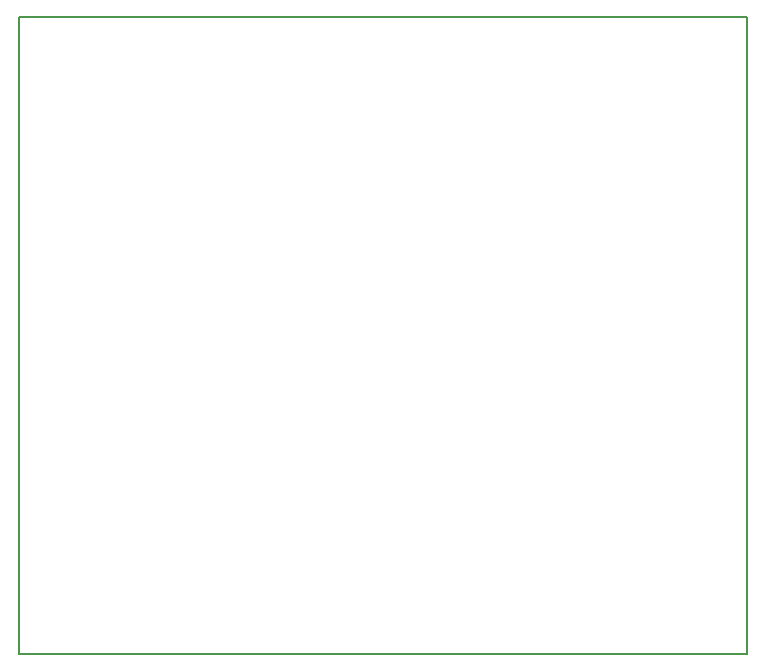
<source format=gko>
G04 #@! TF.FileFunction,Profile,NP*
%FSLAX46Y46*%
G04 Gerber Fmt 4.6, Leading zero omitted, Abs format (unit mm)*
G04 Created by KiCad (PCBNEW 4.0.5) date 04/29/17 21:11:23*
%MOMM*%
%LPD*%
G01*
G04 APERTURE LIST*
%ADD10C,0.100000*%
%ADD11C,0.150000*%
G04 APERTURE END LIST*
D10*
D11*
X224790000Y-150495000D02*
X224028000Y-150495000D01*
X224790000Y-147955000D02*
X224790000Y-150495000D01*
X163195000Y-148082000D02*
X163195000Y-147955000D01*
X163195000Y-150495000D02*
X164719000Y-150495000D01*
X163195000Y-148082000D02*
X163195000Y-150495000D01*
X163195000Y-96520000D02*
X165100000Y-96520000D01*
X163195000Y-146050000D02*
X163195000Y-147955000D01*
X224790000Y-147955000D02*
X224790000Y-146050000D01*
X224790000Y-146050000D02*
X224790000Y-96520000D01*
X164338000Y-150495000D02*
X224028000Y-150495000D01*
X163195000Y-96520000D02*
X163195000Y-146050000D01*
X224790000Y-96520000D02*
X165100000Y-96520000D01*
M02*

</source>
